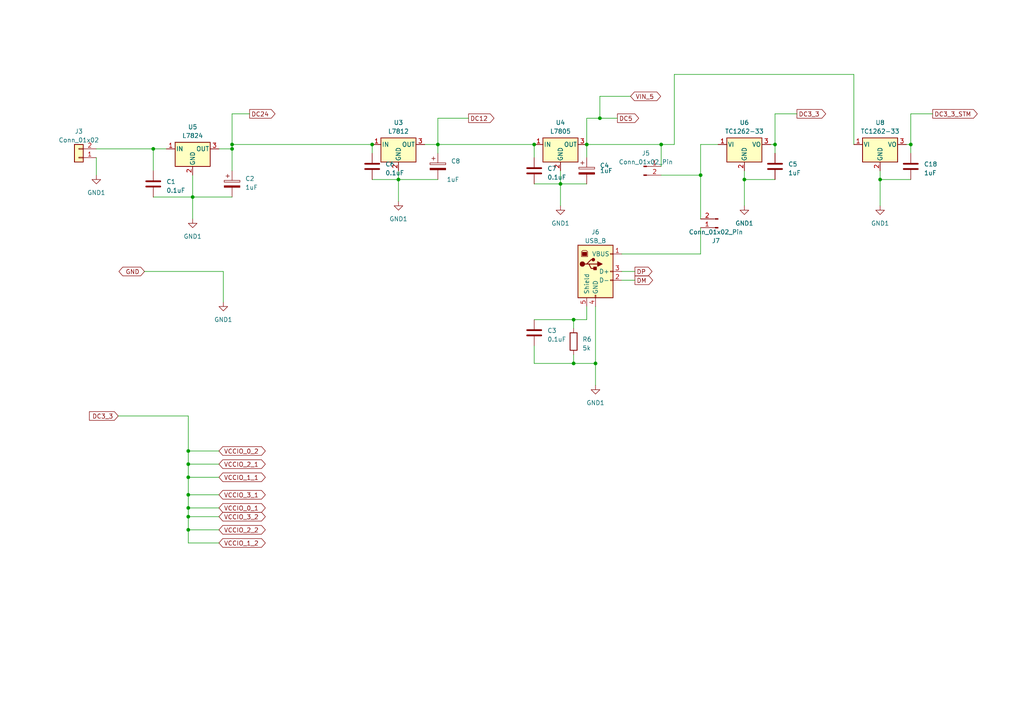
<source format=kicad_sch>
(kicad_sch (version 20230121) (generator eeschema)

  (uuid 557c9750-5c24-4e8b-8bef-cb507dc825c1)

  (paper "A4")

  (lib_symbols
    (symbol "Connector:Conn_01x02_Pin" (pin_names (offset 1.016) hide) (in_bom yes) (on_board yes)
      (property "Reference" "J" (at 0 2.54 0)
        (effects (font (size 1.27 1.27)))
      )
      (property "Value" "Conn_01x02_Pin" (at 0 -5.08 0)
        (effects (font (size 1.27 1.27)))
      )
      (property "Footprint" "" (at 0 0 0)
        (effects (font (size 1.27 1.27)) hide)
      )
      (property "Datasheet" "~" (at 0 0 0)
        (effects (font (size 1.27 1.27)) hide)
      )
      (property "ki_locked" "" (at 0 0 0)
        (effects (font (size 1.27 1.27)))
      )
      (property "ki_keywords" "connector" (at 0 0 0)
        (effects (font (size 1.27 1.27)) hide)
      )
      (property "ki_description" "Generic connector, single row, 01x02, script generated" (at 0 0 0)
        (effects (font (size 1.27 1.27)) hide)
      )
      (property "ki_fp_filters" "Connector*:*_1x??_*" (at 0 0 0)
        (effects (font (size 1.27 1.27)) hide)
      )
      (symbol "Conn_01x02_Pin_1_1"
        (polyline
          (pts
            (xy 1.27 -2.54)
            (xy 0.8636 -2.54)
          )
          (stroke (width 0.1524) (type default))
          (fill (type none))
        )
        (polyline
          (pts
            (xy 1.27 0)
            (xy 0.8636 0)
          )
          (stroke (width 0.1524) (type default))
          (fill (type none))
        )
        (rectangle (start 0.8636 -2.413) (end 0 -2.667)
          (stroke (width 0.1524) (type default))
          (fill (type outline))
        )
        (rectangle (start 0.8636 0.127) (end 0 -0.127)
          (stroke (width 0.1524) (type default))
          (fill (type outline))
        )
        (pin passive line (at 5.08 0 180) (length 3.81)
          (name "Pin_1" (effects (font (size 1.27 1.27))))
          (number "1" (effects (font (size 1.27 1.27))))
        )
        (pin passive line (at 5.08 -2.54 180) (length 3.81)
          (name "Pin_2" (effects (font (size 1.27 1.27))))
          (number "2" (effects (font (size 1.27 1.27))))
        )
      )
    )
    (symbol "Connector:USB_B" (pin_names (offset 1.016)) (in_bom yes) (on_board yes)
      (property "Reference" "J" (at -5.08 11.43 0)
        (effects (font (size 1.27 1.27)) (justify left))
      )
      (property "Value" "USB_B" (at -5.08 8.89 0)
        (effects (font (size 1.27 1.27)) (justify left))
      )
      (property "Footprint" "" (at 3.81 -1.27 0)
        (effects (font (size 1.27 1.27)) hide)
      )
      (property "Datasheet" " ~" (at 3.81 -1.27 0)
        (effects (font (size 1.27 1.27)) hide)
      )
      (property "ki_keywords" "connector USB" (at 0 0 0)
        (effects (font (size 1.27 1.27)) hide)
      )
      (property "ki_description" "USB Type B connector" (at 0 0 0)
        (effects (font (size 1.27 1.27)) hide)
      )
      (property "ki_fp_filters" "USB*" (at 0 0 0)
        (effects (font (size 1.27 1.27)) hide)
      )
      (symbol "USB_B_0_1"
        (rectangle (start -5.08 -7.62) (end 5.08 7.62)
          (stroke (width 0.254) (type default))
          (fill (type background))
        )
        (circle (center -3.81 2.159) (radius 0.635)
          (stroke (width 0.254) (type default))
          (fill (type outline))
        )
        (rectangle (start -3.81 5.588) (end -2.54 4.572)
          (stroke (width 0) (type default))
          (fill (type outline))
        )
        (circle (center -0.635 3.429) (radius 0.381)
          (stroke (width 0.254) (type default))
          (fill (type outline))
        )
        (rectangle (start -0.127 -7.62) (end 0.127 -6.858)
          (stroke (width 0) (type default))
          (fill (type none))
        )
        (polyline
          (pts
            (xy -1.905 2.159)
            (xy 0.635 2.159)
          )
          (stroke (width 0.254) (type default))
          (fill (type none))
        )
        (polyline
          (pts
            (xy -3.175 2.159)
            (xy -2.54 2.159)
            (xy -1.27 3.429)
            (xy -0.635 3.429)
          )
          (stroke (width 0.254) (type default))
          (fill (type none))
        )
        (polyline
          (pts
            (xy -2.54 2.159)
            (xy -1.905 2.159)
            (xy -1.27 0.889)
            (xy 0 0.889)
          )
          (stroke (width 0.254) (type default))
          (fill (type none))
        )
        (polyline
          (pts
            (xy 0.635 2.794)
            (xy 0.635 1.524)
            (xy 1.905 2.159)
            (xy 0.635 2.794)
          )
          (stroke (width 0.254) (type default))
          (fill (type outline))
        )
        (polyline
          (pts
            (xy -4.064 4.318)
            (xy -2.286 4.318)
            (xy -2.286 5.715)
            (xy -2.667 6.096)
            (xy -3.683 6.096)
            (xy -4.064 5.715)
            (xy -4.064 4.318)
          )
          (stroke (width 0) (type default))
          (fill (type none))
        )
        (rectangle (start 0.254 1.27) (end -0.508 0.508)
          (stroke (width 0.254) (type default))
          (fill (type outline))
        )
        (rectangle (start 5.08 -2.667) (end 4.318 -2.413)
          (stroke (width 0) (type default))
          (fill (type none))
        )
        (rectangle (start 5.08 -0.127) (end 4.318 0.127)
          (stroke (width 0) (type default))
          (fill (type none))
        )
        (rectangle (start 5.08 4.953) (end 4.318 5.207)
          (stroke (width 0) (type default))
          (fill (type none))
        )
      )
      (symbol "USB_B_1_1"
        (pin power_out line (at 7.62 5.08 180) (length 2.54)
          (name "VBUS" (effects (font (size 1.27 1.27))))
          (number "1" (effects (font (size 1.27 1.27))))
        )
        (pin bidirectional line (at 7.62 -2.54 180) (length 2.54)
          (name "D-" (effects (font (size 1.27 1.27))))
          (number "2" (effects (font (size 1.27 1.27))))
        )
        (pin bidirectional line (at 7.62 0 180) (length 2.54)
          (name "D+" (effects (font (size 1.27 1.27))))
          (number "3" (effects (font (size 1.27 1.27))))
        )
        (pin power_out line (at 0 -10.16 90) (length 2.54)
          (name "GND" (effects (font (size 1.27 1.27))))
          (number "4" (effects (font (size 1.27 1.27))))
        )
        (pin passive line (at -2.54 -10.16 90) (length 2.54)
          (name "Shield" (effects (font (size 1.27 1.27))))
          (number "5" (effects (font (size 1.27 1.27))))
        )
      )
    )
    (symbol "Connector_Generic:Conn_01x02" (pin_names (offset 1.016) hide) (in_bom yes) (on_board yes)
      (property "Reference" "J" (at 0 2.54 0)
        (effects (font (size 1.27 1.27)))
      )
      (property "Value" "Conn_01x02" (at 0 -5.08 0)
        (effects (font (size 1.27 1.27)))
      )
      (property "Footprint" "" (at 0 0 0)
        (effects (font (size 1.27 1.27)) hide)
      )
      (property "Datasheet" "~" (at 0 0 0)
        (effects (font (size 1.27 1.27)) hide)
      )
      (property "ki_keywords" "connector" (at 0 0 0)
        (effects (font (size 1.27 1.27)) hide)
      )
      (property "ki_description" "Generic connector, single row, 01x02, script generated (kicad-library-utils/schlib/autogen/connector/)" (at 0 0 0)
        (effects (font (size 1.27 1.27)) hide)
      )
      (property "ki_fp_filters" "Connector*:*_1x??_*" (at 0 0 0)
        (effects (font (size 1.27 1.27)) hide)
      )
      (symbol "Conn_01x02_1_1"
        (rectangle (start -1.27 -2.413) (end 0 -2.667)
          (stroke (width 0.1524) (type default))
          (fill (type none))
        )
        (rectangle (start -1.27 0.127) (end 0 -0.127)
          (stroke (width 0.1524) (type default))
          (fill (type none))
        )
        (rectangle (start -1.27 1.27) (end 1.27 -3.81)
          (stroke (width 0.254) (type default))
          (fill (type background))
        )
        (pin passive line (at -5.08 0 0) (length 3.81)
          (name "Pin_1" (effects (font (size 1.27 1.27))))
          (number "1" (effects (font (size 1.27 1.27))))
        )
        (pin passive line (at -5.08 -2.54 0) (length 3.81)
          (name "Pin_2" (effects (font (size 1.27 1.27))))
          (number "2" (effects (font (size 1.27 1.27))))
        )
      )
    )
    (symbol "Device:C" (pin_numbers hide) (pin_names (offset 0.254)) (in_bom yes) (on_board yes)
      (property "Reference" "C" (at 0.635 2.54 0)
        (effects (font (size 1.27 1.27)) (justify left))
      )
      (property "Value" "C" (at 0.635 -2.54 0)
        (effects (font (size 1.27 1.27)) (justify left))
      )
      (property "Footprint" "" (at 0.9652 -3.81 0)
        (effects (font (size 1.27 1.27)) hide)
      )
      (property "Datasheet" "~" (at 0 0 0)
        (effects (font (size 1.27 1.27)) hide)
      )
      (property "ki_keywords" "cap capacitor" (at 0 0 0)
        (effects (font (size 1.27 1.27)) hide)
      )
      (property "ki_description" "Unpolarized capacitor" (at 0 0 0)
        (effects (font (size 1.27 1.27)) hide)
      )
      (property "ki_fp_filters" "C_*" (at 0 0 0)
        (effects (font (size 1.27 1.27)) hide)
      )
      (symbol "C_0_1"
        (polyline
          (pts
            (xy -2.032 -0.762)
            (xy 2.032 -0.762)
          )
          (stroke (width 0.508) (type default))
          (fill (type none))
        )
        (polyline
          (pts
            (xy -2.032 0.762)
            (xy 2.032 0.762)
          )
          (stroke (width 0.508) (type default))
          (fill (type none))
        )
      )
      (symbol "C_1_1"
        (pin passive line (at 0 3.81 270) (length 2.794)
          (name "~" (effects (font (size 1.27 1.27))))
          (number "1" (effects (font (size 1.27 1.27))))
        )
        (pin passive line (at 0 -3.81 90) (length 2.794)
          (name "~" (effects (font (size 1.27 1.27))))
          (number "2" (effects (font (size 1.27 1.27))))
        )
      )
    )
    (symbol "Device:C_Polarized" (pin_numbers hide) (pin_names (offset 0.254)) (in_bom yes) (on_board yes)
      (property "Reference" "C" (at 0.635 2.54 0)
        (effects (font (size 1.27 1.27)) (justify left))
      )
      (property "Value" "C_Polarized" (at 0.635 -2.54 0)
        (effects (font (size 1.27 1.27)) (justify left))
      )
      (property "Footprint" "" (at 0.9652 -3.81 0)
        (effects (font (size 1.27 1.27)) hide)
      )
      (property "Datasheet" "~" (at 0 0 0)
        (effects (font (size 1.27 1.27)) hide)
      )
      (property "ki_keywords" "cap capacitor" (at 0 0 0)
        (effects (font (size 1.27 1.27)) hide)
      )
      (property "ki_description" "Polarized capacitor" (at 0 0 0)
        (effects (font (size 1.27 1.27)) hide)
      )
      (property "ki_fp_filters" "CP_*" (at 0 0 0)
        (effects (font (size 1.27 1.27)) hide)
      )
      (symbol "C_Polarized_0_1"
        (rectangle (start -2.286 0.508) (end 2.286 1.016)
          (stroke (width 0) (type default))
          (fill (type none))
        )
        (polyline
          (pts
            (xy -1.778 2.286)
            (xy -0.762 2.286)
          )
          (stroke (width 0) (type default))
          (fill (type none))
        )
        (polyline
          (pts
            (xy -1.27 2.794)
            (xy -1.27 1.778)
          )
          (stroke (width 0) (type default))
          (fill (type none))
        )
        (rectangle (start 2.286 -0.508) (end -2.286 -1.016)
          (stroke (width 0) (type default))
          (fill (type outline))
        )
      )
      (symbol "C_Polarized_1_1"
        (pin passive line (at 0 3.81 270) (length 2.794)
          (name "~" (effects (font (size 1.27 1.27))))
          (number "1" (effects (font (size 1.27 1.27))))
        )
        (pin passive line (at 0 -3.81 90) (length 2.794)
          (name "~" (effects (font (size 1.27 1.27))))
          (number "2" (effects (font (size 1.27 1.27))))
        )
      )
    )
    (symbol "Device:R" (pin_numbers hide) (pin_names (offset 0)) (in_bom yes) (on_board yes)
      (property "Reference" "R" (at 2.032 0 90)
        (effects (font (size 1.27 1.27)))
      )
      (property "Value" "R" (at 0 0 90)
        (effects (font (size 1.27 1.27)))
      )
      (property "Footprint" "" (at -1.778 0 90)
        (effects (font (size 1.27 1.27)) hide)
      )
      (property "Datasheet" "~" (at 0 0 0)
        (effects (font (size 1.27 1.27)) hide)
      )
      (property "ki_keywords" "R res resistor" (at 0 0 0)
        (effects (font (size 1.27 1.27)) hide)
      )
      (property "ki_description" "Resistor" (at 0 0 0)
        (effects (font (size 1.27 1.27)) hide)
      )
      (property "ki_fp_filters" "R_*" (at 0 0 0)
        (effects (font (size 1.27 1.27)) hide)
      )
      (symbol "R_0_1"
        (rectangle (start -1.016 -2.54) (end 1.016 2.54)
          (stroke (width 0.254) (type default))
          (fill (type none))
        )
      )
      (symbol "R_1_1"
        (pin passive line (at 0 3.81 270) (length 1.27)
          (name "~" (effects (font (size 1.27 1.27))))
          (number "1" (effects (font (size 1.27 1.27))))
        )
        (pin passive line (at 0 -3.81 90) (length 1.27)
          (name "~" (effects (font (size 1.27 1.27))))
          (number "2" (effects (font (size 1.27 1.27))))
        )
      )
    )
    (symbol "Regulator_Linear:L7805" (pin_names (offset 0.254)) (in_bom yes) (on_board yes)
      (property "Reference" "U" (at -3.81 3.175 0)
        (effects (font (size 1.27 1.27)))
      )
      (property "Value" "L7805" (at 0 3.175 0)
        (effects (font (size 1.27 1.27)) (justify left))
      )
      (property "Footprint" "" (at 0.635 -3.81 0)
        (effects (font (size 1.27 1.27) italic) (justify left) hide)
      )
      (property "Datasheet" "http://www.st.com/content/ccc/resource/technical/document/datasheet/41/4f/b3/b0/12/d4/47/88/CD00000444.pdf/files/CD00000444.pdf/jcr:content/translations/en.CD00000444.pdf" (at 0 -1.27 0)
        (effects (font (size 1.27 1.27)) hide)
      )
      (property "ki_keywords" "Voltage Regulator 1.5A Positive" (at 0 0 0)
        (effects (font (size 1.27 1.27)) hide)
      )
      (property "ki_description" "Positive 1.5A 35V Linear Regulator, Fixed Output 5V, TO-220/TO-263/TO-252" (at 0 0 0)
        (effects (font (size 1.27 1.27)) hide)
      )
      (property "ki_fp_filters" "TO?252* TO?263* TO?220*" (at 0 0 0)
        (effects (font (size 1.27 1.27)) hide)
      )
      (symbol "L7805_0_1"
        (rectangle (start -5.08 1.905) (end 5.08 -5.08)
          (stroke (width 0.254) (type default))
          (fill (type background))
        )
      )
      (symbol "L7805_1_1"
        (pin power_in line (at -7.62 0 0) (length 2.54)
          (name "IN" (effects (font (size 1.27 1.27))))
          (number "1" (effects (font (size 1.27 1.27))))
        )
        (pin power_in line (at 0 -7.62 90) (length 2.54)
          (name "GND" (effects (font (size 1.27 1.27))))
          (number "2" (effects (font (size 1.27 1.27))))
        )
        (pin power_out line (at 7.62 0 180) (length 2.54)
          (name "OUT" (effects (font (size 1.27 1.27))))
          (number "3" (effects (font (size 1.27 1.27))))
        )
      )
    )
    (symbol "Regulator_Linear:L7812" (pin_names (offset 0.254)) (in_bom yes) (on_board yes)
      (property "Reference" "U" (at -3.81 3.175 0)
        (effects (font (size 1.27 1.27)))
      )
      (property "Value" "L7812" (at 0 3.175 0)
        (effects (font (size 1.27 1.27)) (justify left))
      )
      (property "Footprint" "" (at 0.635 -3.81 0)
        (effects (font (size 1.27 1.27) italic) (justify left) hide)
      )
      (property "Datasheet" "http://www.st.com/content/ccc/resource/technical/document/datasheet/41/4f/b3/b0/12/d4/47/88/CD00000444.pdf/files/CD00000444.pdf/jcr:content/translations/en.CD00000444.pdf" (at 0 -1.27 0)
        (effects (font (size 1.27 1.27)) hide)
      )
      (property "ki_keywords" "Voltage Regulator 1.5A Positive" (at 0 0 0)
        (effects (font (size 1.27 1.27)) hide)
      )
      (property "ki_description" "Positive 1.5A 35V Linear Regulator, Fixed Output 12V, TO-220/TO-263/TO-252" (at 0 0 0)
        (effects (font (size 1.27 1.27)) hide)
      )
      (property "ki_fp_filters" "TO?252* TO?263* TO?220*" (at 0 0 0)
        (effects (font (size 1.27 1.27)) hide)
      )
      (symbol "L7812_0_1"
        (rectangle (start -5.08 1.905) (end 5.08 -5.08)
          (stroke (width 0.254) (type default))
          (fill (type background))
        )
      )
      (symbol "L7812_1_1"
        (pin power_in line (at -7.62 0 0) (length 2.54)
          (name "IN" (effects (font (size 1.27 1.27))))
          (number "1" (effects (font (size 1.27 1.27))))
        )
        (pin power_in line (at 0 -7.62 90) (length 2.54)
          (name "GND" (effects (font (size 1.27 1.27))))
          (number "2" (effects (font (size 1.27 1.27))))
        )
        (pin power_out line (at 7.62 0 180) (length 2.54)
          (name "OUT" (effects (font (size 1.27 1.27))))
          (number "3" (effects (font (size 1.27 1.27))))
        )
      )
    )
    (symbol "Regulator_Linear:L7824" (pin_names (offset 0.254)) (in_bom yes) (on_board yes)
      (property "Reference" "U" (at -3.81 3.175 0)
        (effects (font (size 1.27 1.27)))
      )
      (property "Value" "L7824" (at 0 3.175 0)
        (effects (font (size 1.27 1.27)) (justify left))
      )
      (property "Footprint" "" (at 0.635 -3.81 0)
        (effects (font (size 1.27 1.27) italic) (justify left) hide)
      )
      (property "Datasheet" "http://www.st.com/content/ccc/resource/technical/document/datasheet/41/4f/b3/b0/12/d4/47/88/CD00000444.pdf/files/CD00000444.pdf/jcr:content/translations/en.CD00000444.pdf" (at 0 -1.27 0)
        (effects (font (size 1.27 1.27)) hide)
      )
      (property "ki_keywords" "Voltage Regulator 1.5A Positive" (at 0 0 0)
        (effects (font (size 1.27 1.27)) hide)
      )
      (property "ki_description" "Positive 1.5A 40V Linear Regulator, Fixed Output 24V, TO-220/TO-263/TO-252" (at 0 0 0)
        (effects (font (size 1.27 1.27)) hide)
      )
      (property "ki_fp_filters" "TO?252* TO?263* TO?220*" (at 0 0 0)
        (effects (font (size 1.27 1.27)) hide)
      )
      (symbol "L7824_0_1"
        (rectangle (start -5.08 1.905) (end 5.08 -5.08)
          (stroke (width 0.254) (type default))
          (fill (type background))
        )
      )
      (symbol "L7824_1_1"
        (pin power_in line (at -7.62 0 0) (length 2.54)
          (name "IN" (effects (font (size 1.27 1.27))))
          (number "1" (effects (font (size 1.27 1.27))))
        )
        (pin power_in line (at 0 -7.62 90) (length 2.54)
          (name "GND" (effects (font (size 1.27 1.27))))
          (number "2" (effects (font (size 1.27 1.27))))
        )
        (pin power_out line (at 7.62 0 180) (length 2.54)
          (name "OUT" (effects (font (size 1.27 1.27))))
          (number "3" (effects (font (size 1.27 1.27))))
        )
      )
    )
    (symbol "Regulator_Linear:TC1262-33" (pin_names (offset 0.254)) (in_bom yes) (on_board yes)
      (property "Reference" "U" (at -3.81 3.175 0)
        (effects (font (size 1.27 1.27)))
      )
      (property "Value" "TC1262-33" (at 0 3.175 0)
        (effects (font (size 1.27 1.27)) (justify left))
      )
      (property "Footprint" "" (at 0 5.715 0)
        (effects (font (size 1.27 1.27) italic) hide)
      )
      (property "Datasheet" "http://ww1.microchip.com/downloads/en/DeviceDoc/21373C.pdf" (at 0 -7.62 0)
        (effects (font (size 1.27 1.27)) hide)
      )
      (property "ki_keywords" "Voltage Regulator 3.3V 500mA Positive CMOS LDO Microchip" (at 0 0 0)
        (effects (font (size 1.27 1.27)) hide)
      )
      (property "ki_description" "500mA Low Dropout CMOS Voltage Regulator, Fixed Output 3.3V, TO-220/SOT-223/TO-263" (at 0 0 0)
        (effects (font (size 1.27 1.27)) hide)
      )
      (property "ki_fp_filters" "SOT?223* TO?220* TO?263*" (at 0 0 0)
        (effects (font (size 1.27 1.27)) hide)
      )
      (symbol "TC1262-33_1_1"
        (rectangle (start -5.08 1.905) (end 5.08 -5.08)
          (stroke (width 0.254) (type default))
          (fill (type background))
        )
        (pin power_in line (at -7.62 0 0) (length 2.54)
          (name "VI" (effects (font (size 1.27 1.27))))
          (number "1" (effects (font (size 1.27 1.27))))
        )
        (pin power_in line (at 0 -7.62 90) (length 2.54)
          (name "GND" (effects (font (size 1.27 1.27))))
          (number "2" (effects (font (size 1.27 1.27))))
        )
        (pin power_out line (at 7.62 0 180) (length 2.54)
          (name "VO" (effects (font (size 1.27 1.27))))
          (number "3" (effects (font (size 1.27 1.27))))
        )
      )
    )
    (symbol "power:GND1" (power) (pin_names (offset 0)) (in_bom yes) (on_board yes)
      (property "Reference" "#PWR" (at 0 -6.35 0)
        (effects (font (size 1.27 1.27)) hide)
      )
      (property "Value" "GND1" (at 0 -3.81 0)
        (effects (font (size 1.27 1.27)))
      )
      (property "Footprint" "" (at 0 0 0)
        (effects (font (size 1.27 1.27)) hide)
      )
      (property "Datasheet" "" (at 0 0 0)
        (effects (font (size 1.27 1.27)) hide)
      )
      (property "ki_keywords" "global power" (at 0 0 0)
        (effects (font (size 1.27 1.27)) hide)
      )
      (property "ki_description" "Power symbol creates a global label with name \"GND1\" , ground" (at 0 0 0)
        (effects (font (size 1.27 1.27)) hide)
      )
      (symbol "GND1_0_1"
        (polyline
          (pts
            (xy 0 0)
            (xy 0 -1.27)
            (xy 1.27 -1.27)
            (xy 0 -2.54)
            (xy -1.27 -1.27)
            (xy 0 -1.27)
          )
          (stroke (width 0) (type default))
          (fill (type none))
        )
      )
      (symbol "GND1_1_1"
        (pin power_in line (at 0 0 270) (length 0) hide
          (name "GND1" (effects (font (size 1.27 1.27))))
          (number "1" (effects (font (size 1.27 1.27))))
        )
      )
    )
  )

  (junction (at 215.9 52.07) (diameter 0) (color 0 0 0 0)
    (uuid 030885c8-e40c-4384-b4f3-3bb62b828a9f)
  )
  (junction (at 54.61 153.67) (diameter 0) (color 0 0 0 0)
    (uuid 12b6d57f-7745-4f71-9972-67c5270ec121)
  )
  (junction (at 44.45 43.18) (diameter 0) (color 0 0 0 0)
    (uuid 1cfa167e-67f8-4211-937a-e31467efe8a5)
  )
  (junction (at 54.61 149.86) (diameter 0) (color 0 0 0 0)
    (uuid 20e7a415-4dfc-4cf6-9a7c-4158a8ab49d9)
  )
  (junction (at 172.72 105.41) (diameter 0) (color 0 0 0 0)
    (uuid 269b5059-763b-48b6-b9ec-5fbaa5e8c73b)
  )
  (junction (at 115.57 52.07) (diameter 0) (color 0 0 0 0)
    (uuid 2ff25dd2-ad86-4c5f-9af6-0bae4e903f82)
  )
  (junction (at 54.61 147.32) (diameter 0) (color 0 0 0 0)
    (uuid 340a2797-373b-47e4-8d9f-6b8f795cc768)
  )
  (junction (at 107.95 41.91) (diameter 0) (color 0 0 0 0)
    (uuid 45ba63a4-7c6a-4176-bee7-e214cd49e5a6)
  )
  (junction (at 54.61 143.51) (diameter 0) (color 0 0 0 0)
    (uuid 4ee75eae-79fa-4243-a38f-8796e7dce647)
  )
  (junction (at 54.61 134.62) (diameter 0) (color 0 0 0 0)
    (uuid 5c144a00-6b67-4120-8cfe-3b169d61ecad)
  )
  (junction (at 162.56 53.34) (diameter 0) (color 0 0 0 0)
    (uuid 5f2aae77-e99b-4e4c-99f1-f12297ef33c4)
  )
  (junction (at 127 41.91) (diameter 0) (color 0 0 0 0)
    (uuid 61d8e9fa-6080-475d-8339-927ba7e23504)
  )
  (junction (at 224.79 41.91) (diameter 0) (color 0 0 0 0)
    (uuid 68117ea4-6f97-4b87-a1d3-3bf534d028a3)
  )
  (junction (at 55.88 57.15) (diameter 0) (color 0 0 0 0)
    (uuid 8965057b-e0d3-491f-be60-dad2e6cb92e5)
  )
  (junction (at 54.61 130.81) (diameter 0) (color 0 0 0 0)
    (uuid 8b5799f9-7be2-4c18-a6a9-be627c6cc9fe)
  )
  (junction (at 67.31 43.18) (diameter 0) (color 0 0 0 0)
    (uuid 94977091-15bd-42e5-b815-ae904aaf5727)
  )
  (junction (at 203.2 50.8) (diameter 0) (color 0 0 0 0)
    (uuid ab36ce1d-e977-4271-b647-05aa727be666)
  )
  (junction (at 255.27 52.07) (diameter 0) (color 0 0 0 0)
    (uuid b2c5d9cb-947f-4454-8161-c81731342ebc)
  )
  (junction (at 173.99 34.29) (diameter 0) (color 0 0 0 0)
    (uuid d10ad032-c8f0-4fe4-81e3-0cc51fda10fe)
  )
  (junction (at 166.37 105.41) (diameter 0) (color 0 0 0 0)
    (uuid d7b9cd53-9cbc-4409-83a6-54e84694acd3)
  )
  (junction (at 191.77 41.91) (diameter 0) (color 0 0 0 0)
    (uuid dd53647c-e390-406c-99c1-3d99bed0d596)
  )
  (junction (at 154.94 41.91) (diameter 0) (color 0 0 0 0)
    (uuid e6676d31-29cd-4cc8-99c4-16d4ecce7ebb)
  )
  (junction (at 264.16 41.91) (diameter 0) (color 0 0 0 0)
    (uuid efaf7cfd-ffcb-41a8-bc3a-b21b036f81ee)
  )
  (junction (at 54.61 138.43) (diameter 0) (color 0 0 0 0)
    (uuid f3010362-31ea-4565-a0a3-851a161200a4)
  )
  (junction (at 170.18 41.91) (diameter 0) (color 0 0 0 0)
    (uuid f85b7c30-13b6-4f2f-897a-f27c13fb9acf)
  )
  (junction (at 166.37 92.71) (diameter 0) (color 0 0 0 0)
    (uuid fa4209d2-18c4-4779-a590-e43f8b8136f6)
  )
  (junction (at 67.31 41.91) (diameter 0) (color 0 0 0 0)
    (uuid fd2eb172-3481-4b43-895d-f80d6632a3e8)
  )

  (wire (pts (xy 154.94 100.33) (xy 154.94 105.41))
    (stroke (width 0) (type default))
    (uuid 06e36e2f-0e61-43ec-a490-bcb8eb9be1f4)
  )
  (wire (pts (xy 54.61 130.81) (xy 54.61 134.62))
    (stroke (width 0) (type default))
    (uuid 0d9b0c5d-b6b6-4d6a-b046-876eff2d674a)
  )
  (wire (pts (xy 54.61 153.67) (xy 54.61 157.48))
    (stroke (width 0) (type default))
    (uuid 1022bc70-5014-4983-9915-ad3b7c72d7bb)
  )
  (wire (pts (xy 67.31 33.02) (xy 72.39 33.02))
    (stroke (width 0) (type default))
    (uuid 1586727c-ccf0-47b6-833a-4fc95b8f3f6c)
  )
  (wire (pts (xy 55.88 57.15) (xy 67.31 57.15))
    (stroke (width 0) (type default))
    (uuid 1ac7b375-e212-49c1-8bfb-bc9b574b1fd8)
  )
  (wire (pts (xy 154.94 41.91) (xy 154.94 45.72))
    (stroke (width 0) (type default))
    (uuid 1c599642-54f8-4fda-a1c1-fa8aacfb42b8)
  )
  (wire (pts (xy 54.61 157.48) (xy 63.5 157.48))
    (stroke (width 0) (type default))
    (uuid 2355147f-dc47-4884-9dd0-c0da504acad3)
  )
  (wire (pts (xy 191.77 41.91) (xy 170.18 41.91))
    (stroke (width 0) (type default))
    (uuid 24a27b21-2748-4335-bf81-9afb0f84911a)
  )
  (wire (pts (xy 203.2 73.66) (xy 203.2 66.04))
    (stroke (width 0) (type default))
    (uuid 24daaa11-00a1-4d5a-8307-1cf69dd35cb1)
  )
  (wire (pts (xy 54.61 149.86) (xy 54.61 153.67))
    (stroke (width 0) (type default))
    (uuid 275e48d3-f8fb-4d81-b351-a12285246245)
  )
  (wire (pts (xy 247.65 21.59) (xy 195.58 21.59))
    (stroke (width 0) (type default))
    (uuid 2837a02b-f6e2-46ce-9236-7e8cad836c08)
  )
  (wire (pts (xy 41.91 78.74) (xy 64.77 78.74))
    (stroke (width 0) (type default))
    (uuid 2f14540d-1a56-45e6-bd7a-1e0f6859ab7c)
  )
  (wire (pts (xy 162.56 53.34) (xy 162.56 59.69))
    (stroke (width 0) (type default))
    (uuid 2f8d8188-b1eb-44b5-991a-20d2c77ae67b)
  )
  (wire (pts (xy 63.5 43.18) (xy 67.31 43.18))
    (stroke (width 0) (type default))
    (uuid 34f2ea41-2bd2-4dd2-9d8d-75dd52ce8b62)
  )
  (wire (pts (xy 54.61 147.32) (xy 54.61 149.86))
    (stroke (width 0) (type default))
    (uuid 36a71126-82a3-45a9-9899-a4c15bd9d52c)
  )
  (wire (pts (xy 264.16 33.02) (xy 264.16 41.91))
    (stroke (width 0) (type default))
    (uuid 37b5090e-bfc7-4a91-86a7-f0450ae2acd7)
  )
  (wire (pts (xy 54.61 130.81) (xy 63.5 130.81))
    (stroke (width 0) (type default))
    (uuid 3eac2219-f5dc-46c4-b408-d469a6375c58)
  )
  (wire (pts (xy 127 41.91) (xy 123.19 41.91))
    (stroke (width 0) (type default))
    (uuid 43ca5561-0afe-4c64-8f29-f875f73e41e3)
  )
  (wire (pts (xy 224.79 33.02) (xy 224.79 41.91))
    (stroke (width 0) (type default))
    (uuid 44a8d7b2-cbc8-4842-adca-4dce4aec2cb3)
  )
  (wire (pts (xy 223.52 41.91) (xy 224.79 41.91))
    (stroke (width 0) (type default))
    (uuid 46cba9aa-ae83-4199-a128-5baff4bdb7c8)
  )
  (wire (pts (xy 162.56 49.53) (xy 162.56 53.34))
    (stroke (width 0) (type default))
    (uuid 47d19f79-082e-49d8-b7b6-95ee556cabf0)
  )
  (wire (pts (xy 215.9 52.07) (xy 224.79 52.07))
    (stroke (width 0) (type default))
    (uuid 538e5b9a-acfd-47e9-a50b-96609093eb92)
  )
  (wire (pts (xy 195.58 41.91) (xy 191.77 41.91))
    (stroke (width 0) (type default))
    (uuid 543a5436-c6f4-465d-8466-478c4e7f9a4e)
  )
  (wire (pts (xy 107.95 41.91) (xy 67.31 41.91))
    (stroke (width 0) (type default))
    (uuid 56868d96-325e-45d1-bde5-122865111fbf)
  )
  (wire (pts (xy 154.94 105.41) (xy 166.37 105.41))
    (stroke (width 0) (type default))
    (uuid 58f7dd0a-9f67-4196-9c22-992625fa4f22)
  )
  (wire (pts (xy 191.77 48.26) (xy 191.77 41.91))
    (stroke (width 0) (type default))
    (uuid 5b35cec6-4dde-4af3-9716-3931aae5737e)
  )
  (wire (pts (xy 173.99 27.94) (xy 182.88 27.94))
    (stroke (width 0) (type default))
    (uuid 5cb784c3-cc35-43a6-939f-26aa8e1c9787)
  )
  (wire (pts (xy 170.18 92.71) (xy 170.18 88.9))
    (stroke (width 0) (type default))
    (uuid 5dbbe925-c727-42bb-96a5-92fef0cf92f3)
  )
  (wire (pts (xy 48.26 43.18) (xy 44.45 43.18))
    (stroke (width 0) (type default))
    (uuid 5e49036c-1cc5-4907-8fe3-d10585b65bee)
  )
  (wire (pts (xy 54.61 143.51) (xy 54.61 147.32))
    (stroke (width 0) (type default))
    (uuid 5ea683fb-219b-4891-9317-0e018ce3cbae)
  )
  (wire (pts (xy 179.07 34.29) (xy 173.99 34.29))
    (stroke (width 0) (type default))
    (uuid 6138a15e-d682-489c-b5f2-90c241c4e4dd)
  )
  (wire (pts (xy 231.14 33.02) (xy 224.79 33.02))
    (stroke (width 0) (type default))
    (uuid 61c40b68-11ac-409c-8f13-8d5fce7a0ff1)
  )
  (wire (pts (xy 173.99 34.29) (xy 170.18 34.29))
    (stroke (width 0) (type default))
    (uuid 63193506-f48d-4c31-b578-95a03f4fd8a9)
  )
  (wire (pts (xy 54.61 138.43) (xy 54.61 143.51))
    (stroke (width 0) (type default))
    (uuid 6415ab5f-28ff-4f35-8305-09773d3807a3)
  )
  (wire (pts (xy 115.57 52.07) (xy 127 52.07))
    (stroke (width 0) (type default))
    (uuid 6598153b-f602-425c-9c52-56e49ba3c199)
  )
  (wire (pts (xy 203.2 50.8) (xy 203.2 63.5))
    (stroke (width 0) (type default))
    (uuid 6ccbf848-6e08-4b89-b514-30aa0ac66d23)
  )
  (wire (pts (xy 172.72 105.41) (xy 172.72 111.76))
    (stroke (width 0) (type default))
    (uuid 6e91dcc3-f298-45a4-a7dd-1b1acba49eb9)
  )
  (wire (pts (xy 166.37 105.41) (xy 172.72 105.41))
    (stroke (width 0) (type default))
    (uuid 711d19bc-233e-4877-ad73-8683557ee946)
  )
  (wire (pts (xy 55.88 57.15) (xy 55.88 63.5))
    (stroke (width 0) (type default))
    (uuid 714f7cfb-a80e-4774-85d1-60871bc5b4a4)
  )
  (wire (pts (xy 162.56 53.34) (xy 170.18 53.34))
    (stroke (width 0) (type default))
    (uuid 734b7d9e-8641-4a94-972e-3f33c8ab178f)
  )
  (wire (pts (xy 27.94 43.18) (xy 44.45 43.18))
    (stroke (width 0) (type default))
    (uuid 74702a38-887f-4355-b2ca-e348d32b3648)
  )
  (wire (pts (xy 170.18 34.29) (xy 170.18 41.91))
    (stroke (width 0) (type default))
    (uuid 841a01be-24db-48c6-a03e-7af700dbb3d0)
  )
  (wire (pts (xy 270.51 33.02) (xy 264.16 33.02))
    (stroke (width 0) (type default))
    (uuid 85768d40-0ea0-47b3-b331-df727c3434fb)
  )
  (wire (pts (xy 55.88 50.8) (xy 55.88 57.15))
    (stroke (width 0) (type default))
    (uuid 8df48df3-3e61-40d9-9f7a-8537cd7e5457)
  )
  (wire (pts (xy 54.61 138.43) (xy 63.5 138.43))
    (stroke (width 0) (type default))
    (uuid 8e0f4129-bd54-4ad5-be32-b7b7ebe70023)
  )
  (wire (pts (xy 154.94 53.34) (xy 162.56 53.34))
    (stroke (width 0) (type default))
    (uuid 8e1b14c5-8b43-49a4-a449-f2c8c17b27df)
  )
  (wire (pts (xy 215.9 49.53) (xy 215.9 52.07))
    (stroke (width 0) (type default))
    (uuid 903f8b4c-dfe8-4a58-a3b2-831492ad3464)
  )
  (wire (pts (xy 203.2 41.91) (xy 208.28 41.91))
    (stroke (width 0) (type default))
    (uuid 93d4d7e5-c381-4a9b-ab67-75359630b6ed)
  )
  (wire (pts (xy 173.99 27.94) (xy 173.99 34.29))
    (stroke (width 0) (type default))
    (uuid 95ef745b-15f9-48d7-b30d-a3009ab87eb1)
  )
  (wire (pts (xy 54.61 147.32) (xy 63.5 147.32))
    (stroke (width 0) (type default))
    (uuid 9b5f2b9c-564c-4118-b29c-9335ea52a770)
  )
  (wire (pts (xy 224.79 41.91) (xy 224.79 44.45))
    (stroke (width 0) (type default))
    (uuid 9b6b6fea-ea29-4a44-81be-4d8028f8160c)
  )
  (wire (pts (xy 54.61 134.62) (xy 63.5 134.62))
    (stroke (width 0) (type default))
    (uuid 9f23edfc-b6ee-4438-917c-948c91971dee)
  )
  (wire (pts (xy 255.27 52.07) (xy 264.16 52.07))
    (stroke (width 0) (type default))
    (uuid a3a9b12d-2f5b-43f2-b710-d6ba1cf9aad0)
  )
  (wire (pts (xy 191.77 50.8) (xy 203.2 50.8))
    (stroke (width 0) (type default))
    (uuid a4e93777-5dd5-4c9d-adda-3884f70687d1)
  )
  (wire (pts (xy 54.61 120.65) (xy 54.61 130.81))
    (stroke (width 0) (type default))
    (uuid a8d518d4-cb5b-4b88-8ff6-23e0abab0d2c)
  )
  (wire (pts (xy 170.18 41.91) (xy 170.18 45.72))
    (stroke (width 0) (type default))
    (uuid aa1dae0b-e365-4ade-b1cf-1883953b8624)
  )
  (wire (pts (xy 127 34.29) (xy 127 41.91))
    (stroke (width 0) (type default))
    (uuid ac40245c-e120-453f-b203-67c50f736eea)
  )
  (wire (pts (xy 255.27 49.53) (xy 255.27 52.07))
    (stroke (width 0) (type default))
    (uuid adea164a-8552-4b61-a78f-d26a7e08c739)
  )
  (wire (pts (xy 180.34 73.66) (xy 203.2 73.66))
    (stroke (width 0) (type default))
    (uuid b1ad7592-757d-4f5b-86af-786d67abf335)
  )
  (wire (pts (xy 107.95 41.91) (xy 107.95 44.45))
    (stroke (width 0) (type default))
    (uuid b1fbe4fe-4e40-494d-8500-d045d29e0ba0)
  )
  (wire (pts (xy 135.89 34.29) (xy 127 34.29))
    (stroke (width 0) (type default))
    (uuid b7004fe6-2d00-48c8-9bf7-3b4c9cd35c2b)
  )
  (wire (pts (xy 203.2 50.8) (xy 203.2 41.91))
    (stroke (width 0) (type default))
    (uuid b8684162-ebd8-41ba-bb0c-52b9c1637da6)
  )
  (wire (pts (xy 195.58 21.59) (xy 195.58 41.91))
    (stroke (width 0) (type default))
    (uuid ba8cf70a-557f-4319-be9a-5eb9ce73fc0a)
  )
  (wire (pts (xy 34.29 120.65) (xy 54.61 120.65))
    (stroke (width 0) (type default))
    (uuid be522e16-6cb1-48c2-bf1d-bda1740eb46f)
  )
  (wire (pts (xy 54.61 134.62) (xy 54.61 138.43))
    (stroke (width 0) (type default))
    (uuid be8ce958-1bd3-4653-b5d7-8152acca8cf7)
  )
  (wire (pts (xy 166.37 102.87) (xy 166.37 105.41))
    (stroke (width 0) (type default))
    (uuid c37ebdc6-2834-4d48-9b83-3f39d0eac525)
  )
  (wire (pts (xy 264.16 41.91) (xy 264.16 44.45))
    (stroke (width 0) (type default))
    (uuid c79e1e7e-84a5-4688-9032-5b21ccaeedfe)
  )
  (wire (pts (xy 166.37 92.71) (xy 170.18 92.71))
    (stroke (width 0) (type default))
    (uuid cb3044cb-7a88-4e29-95e8-99d04d5f2883)
  )
  (wire (pts (xy 115.57 49.53) (xy 115.57 52.07))
    (stroke (width 0) (type default))
    (uuid cd68690c-3787-49f2-9b8e-250707a6f7a6)
  )
  (wire (pts (xy 172.72 88.9) (xy 172.72 105.41))
    (stroke (width 0) (type default))
    (uuid cec7092e-8bfc-4a1f-9bf5-1cc1ed09ec9c)
  )
  (wire (pts (xy 127 41.91) (xy 127 44.45))
    (stroke (width 0) (type default))
    (uuid ceea77da-efb3-459f-a436-adbab85beafe)
  )
  (wire (pts (xy 180.34 78.74) (xy 184.15 78.74))
    (stroke (width 0) (type default))
    (uuid d0f35296-0279-4efd-b153-0b1b8d4e2b62)
  )
  (wire (pts (xy 67.31 43.18) (xy 67.31 49.53))
    (stroke (width 0) (type default))
    (uuid d5d40ff5-8ee6-4b75-8a37-4baf4b8b8b25)
  )
  (wire (pts (xy 67.31 41.91) (xy 67.31 43.18))
    (stroke (width 0) (type default))
    (uuid d706887c-f307-40a6-a096-53d00f37a400)
  )
  (wire (pts (xy 44.45 57.15) (xy 55.88 57.15))
    (stroke (width 0) (type default))
    (uuid d80c9c5d-6761-446c-9d30-d44428c486e7)
  )
  (wire (pts (xy 67.31 33.02) (xy 67.31 41.91))
    (stroke (width 0) (type default))
    (uuid d9da5ad9-d999-499a-9c9c-ac060c42bd13)
  )
  (wire (pts (xy 44.45 43.18) (xy 44.45 49.53))
    (stroke (width 0) (type default))
    (uuid da0d8c87-00b2-4667-bf17-6ace455b83d3)
  )
  (wire (pts (xy 115.57 52.07) (xy 115.57 58.42))
    (stroke (width 0) (type default))
    (uuid dae71a1e-f280-44c2-b32c-0b818a2b7c95)
  )
  (wire (pts (xy 54.61 153.67) (xy 63.5 153.67))
    (stroke (width 0) (type default))
    (uuid ded6688c-9619-4ae4-9fe8-de9b8ccf6550)
  )
  (wire (pts (xy 154.94 92.71) (xy 166.37 92.71))
    (stroke (width 0) (type default))
    (uuid e206b487-562c-4d6d-b45c-f1a45809b6e2)
  )
  (wire (pts (xy 107.95 52.07) (xy 115.57 52.07))
    (stroke (width 0) (type default))
    (uuid e94dfe22-4f9b-472f-a8e6-cacf8e06c7e5)
  )
  (wire (pts (xy 54.61 143.51) (xy 63.5 143.51))
    (stroke (width 0) (type default))
    (uuid ebe27895-0d4d-4b1f-922c-38a60bc843d3)
  )
  (wire (pts (xy 127 41.91) (xy 154.94 41.91))
    (stroke (width 0) (type default))
    (uuid f0b79704-e574-4acc-97a6-453821c65bc0)
  )
  (wire (pts (xy 255.27 52.07) (xy 255.27 59.69))
    (stroke (width 0) (type default))
    (uuid f63f1af6-2a75-4ad8-a3ab-24fc22fa89a5)
  )
  (wire (pts (xy 27.94 45.72) (xy 27.94 50.8))
    (stroke (width 0) (type default))
    (uuid f662d8dc-ef08-43bd-9c86-65bbee5a6da7)
  )
  (wire (pts (xy 166.37 92.71) (xy 166.37 95.25))
    (stroke (width 0) (type default))
    (uuid f674be3a-d0dc-4f85-9668-17e8ae8fe1bc)
  )
  (wire (pts (xy 64.77 87.63) (xy 64.77 78.74))
    (stroke (width 0) (type default))
    (uuid f7ab5a83-c018-4e37-a4cc-4a65d1e5cf39)
  )
  (wire (pts (xy 215.9 52.07) (xy 215.9 59.69))
    (stroke (width 0) (type default))
    (uuid fa272e2e-11d6-4f9f-97a3-017432cfe9d4)
  )
  (wire (pts (xy 54.61 149.86) (xy 63.5 149.86))
    (stroke (width 0) (type default))
    (uuid fbaa9814-8edd-4a69-9b5b-f33321a45e44)
  )
  (wire (pts (xy 180.34 81.28) (xy 184.15 81.28))
    (stroke (width 0) (type default))
    (uuid fd9b0ff6-119e-4d5f-8fb3-b9f957ff389b)
  )
  (wire (pts (xy 247.65 41.91) (xy 247.65 21.59))
    (stroke (width 0) (type default))
    (uuid fe72125a-3332-4388-942d-8bd20444bb2f)
  )
  (wire (pts (xy 262.89 41.91) (xy 264.16 41.91))
    (stroke (width 0) (type default))
    (uuid ff662d34-1b2f-47e5-8f53-917e91e29de8)
  )

  (global_label "DC3_3" (shape output) (at 231.14 33.02 0) (fields_autoplaced)
    (effects (font (size 1.27 1.27)) (justify left))
    (uuid 01a4f712-fe99-4011-b82f-45615f9e323e)
    (property "Intersheetrefs" "${INTERSHEET_REFS}" (at 239.9724 33.02 0)
      (effects (font (size 1.27 1.27)) (justify left) hide)
    )
  )
  (global_label "DC5" (shape output) (at 179.07 34.29 0) (fields_autoplaced)
    (effects (font (size 1.27 1.27)) (justify left))
    (uuid 22a9c436-8d57-4f45-82f0-ffad27eb2efd)
    (property "Intersheetrefs" "${INTERSHEET_REFS}" (at 185.7253 34.29 0)
      (effects (font (size 1.27 1.27)) (justify left) hide)
    )
  )
  (global_label "VCCIO_1_2" (shape bidirectional) (at 63.5 157.48 0) (fields_autoplaced)
    (effects (font (size 1.27 1.27)) (justify left))
    (uuid 2ba1bc99-1721-448e-bb04-1ebdf31fc8b7)
    (property "Intersheetrefs" "${INTERSHEET_REFS}" (at 77.4352 157.48 0)
      (effects (font (size 1.27 1.27)) (justify left) hide)
    )
  )
  (global_label "DP" (shape output) (at 184.15 78.74 0) (fields_autoplaced)
    (effects (font (size 1.27 1.27)) (justify left))
    (uuid 2d9e5e83-af7a-4264-b4f6-a4b1fecc9f35)
    (property "Intersheetrefs" "${INTERSHEET_REFS}" (at 189.5958 78.74 0)
      (effects (font (size 1.27 1.27)) (justify left) hide)
    )
  )
  (global_label "VCCIO_3_1" (shape bidirectional) (at 63.5 143.51 0) (fields_autoplaced)
    (effects (font (size 1.27 1.27)) (justify left))
    (uuid 3a528dd9-c7d1-47e1-a460-bdb785532aca)
    (property "Intersheetrefs" "${INTERSHEET_REFS}" (at 77.4352 143.51 0)
      (effects (font (size 1.27 1.27)) (justify left) hide)
    )
  )
  (global_label "DC3_3" (shape input) (at 34.29 120.65 180) (fields_autoplaced)
    (effects (font (size 1.27 1.27)) (justify right))
    (uuid 4560fe99-daf6-4ddf-9c99-283234204c4e)
    (property "Intersheetrefs" "${INTERSHEET_REFS}" (at 25.4576 120.65 0)
      (effects (font (size 1.27 1.27)) (justify right) hide)
    )
  )
  (global_label "VCCIO_1_1" (shape bidirectional) (at 63.5 138.43 0) (fields_autoplaced)
    (effects (font (size 1.27 1.27)) (justify left))
    (uuid 4941ad64-3a9a-4a36-a15d-d60986e2d7b2)
    (property "Intersheetrefs" "${INTERSHEET_REFS}" (at 77.4352 138.43 0)
      (effects (font (size 1.27 1.27)) (justify left) hide)
    )
  )
  (global_label "VCCIO_0_1" (shape bidirectional) (at 63.5 147.32 0) (fields_autoplaced)
    (effects (font (size 1.27 1.27)) (justify left))
    (uuid 5ee37f76-02ca-454f-848d-011b306b1703)
    (property "Intersheetrefs" "${INTERSHEET_REFS}" (at 77.4352 147.32 0)
      (effects (font (size 1.27 1.27)) (justify left) hide)
    )
  )
  (global_label "DC24" (shape output) (at 72.39 33.02 0) (fields_autoplaced)
    (effects (font (size 1.27 1.27)) (justify left))
    (uuid aa6cae64-4a2f-4899-a9be-f5f63c00b2f8)
    (property "Intersheetrefs" "${INTERSHEET_REFS}" (at 80.2548 33.02 0)
      (effects (font (size 1.27 1.27)) (justify left) hide)
    )
  )
  (global_label "DC3_3_STM" (shape output) (at 270.51 33.02 0) (fields_autoplaced)
    (effects (font (size 1.27 1.27)) (justify left))
    (uuid b6439747-8c3a-47a3-a4d7-f7796a30d413)
    (property "Intersheetrefs" "${INTERSHEET_REFS}" (at 283.9385 33.02 0)
      (effects (font (size 1.27 1.27)) (justify left) hide)
    )
  )
  (global_label "GND" (shape bidirectional) (at 41.91 78.74 180) (fields_autoplaced)
    (effects (font (size 1.27 1.27)) (justify right))
    (uuid c3112870-cc62-4261-bb47-0c050eba4c5e)
    (property "Intersheetrefs" "${INTERSHEET_REFS}" (at 34.0224 78.74 0)
      (effects (font (size 1.27 1.27)) (justify right) hide)
    )
  )
  (global_label "VCCIO_0_2" (shape bidirectional) (at 63.5 130.81 0) (fields_autoplaced)
    (effects (font (size 1.27 1.27)) (justify left))
    (uuid ce2dfc73-8b41-4517-afdb-ef5d1eecff9e)
    (property "Intersheetrefs" "${INTERSHEET_REFS}" (at 77.4352 130.81 0)
      (effects (font (size 1.27 1.27)) (justify left) hide)
    )
  )
  (global_label "VCCIO_3_2" (shape bidirectional) (at 63.5 149.86 0) (fields_autoplaced)
    (effects (font (size 1.27 1.27)) (justify left))
    (uuid d6916982-431f-4e2c-a7f4-5db2506955c2)
    (property "Intersheetrefs" "${INTERSHEET_REFS}" (at 77.4352 149.86 0)
      (effects (font (size 1.27 1.27)) (justify left) hide)
    )
  )
  (global_label "DM" (shape output) (at 184.15 81.28 0) (fields_autoplaced)
    (effects (font (size 1.27 1.27)) (justify left))
    (uuid eb1a9588-b2b6-4122-96a0-3533cf9ba5f2)
    (property "Intersheetrefs" "${INTERSHEET_REFS}" (at 189.7772 81.28 0)
      (effects (font (size 1.27 1.27)) (justify left) hide)
    )
  )
  (global_label "DC12" (shape output) (at 135.89 34.29 0) (fields_autoplaced)
    (effects (font (size 1.27 1.27)) (justify left))
    (uuid ed32c789-9508-4b57-8c72-57d3e05c5854)
    (property "Intersheetrefs" "${INTERSHEET_REFS}" (at 143.7548 34.29 0)
      (effects (font (size 1.27 1.27)) (justify left) hide)
    )
  )
  (global_label "VCCIO_2_1" (shape bidirectional) (at 63.5 134.62 0) (fields_autoplaced)
    (effects (font (size 1.27 1.27)) (justify left))
    (uuid ed59a856-3542-4890-906b-1b97419c8c39)
    (property "Intersheetrefs" "${INTERSHEET_REFS}" (at 77.4352 134.62 0)
      (effects (font (size 1.27 1.27)) (justify left) hide)
    )
  )
  (global_label "VCCIO_2_2" (shape bidirectional) (at 63.5 153.67 0) (fields_autoplaced)
    (effects (font (size 1.27 1.27)) (justify left))
    (uuid f0c07523-60b9-4adf-93eb-ed97bcf0a5af)
    (property "Intersheetrefs" "${INTERSHEET_REFS}" (at 77.4352 153.67 0)
      (effects (font (size 1.27 1.27)) (justify left) hide)
    )
  )
  (global_label "VIN_5" (shape bidirectional) (at 182.88 27.94 0) (fields_autoplaced)
    (effects (font (size 1.27 1.27)) (justify left))
    (uuid f8aafa59-6699-4309-889f-da0197ef0707)
    (property "Intersheetrefs" "${INTERSHEET_REFS}" (at 192.0981 27.94 0)
      (effects (font (size 1.27 1.27)) (justify left) hide)
    )
  )

  (symbol (lib_id "Device:C") (at 224.79 48.26 0) (unit 1)
    (in_bom yes) (on_board yes) (dnp no) (fields_autoplaced)
    (uuid 113e7ba7-700b-46fa-a251-c8f9f1647fb4)
    (property "Reference" "C5" (at 228.6 47.625 0)
      (effects (font (size 1.27 1.27)) (justify left))
    )
    (property "Value" "1uF" (at 228.6 50.165 0)
      (effects (font (size 1.27 1.27)) (justify left))
    )
    (property "Footprint" "Capacitor_THT:C_Disc_D3.0mm_W1.6mm_P2.50mm" (at 225.7552 52.07 0)
      (effects (font (size 1.27 1.27)) hide)
    )
    (property "Datasheet" "~" (at 224.79 48.26 0)
      (effects (font (size 1.27 1.27)) hide)
    )
    (pin "1" (uuid 42acd02a-00e9-4beb-a70d-dd469c2e98fb))
    (pin "2" (uuid 2e7ea2d8-f4d0-4f96-a390-68a822e49e56))
    (instances
      (project "MRBx60"
        (path "/fd34cfbe-85d5-407d-b5ab-43ea09af45be/e31d4a40-8d1f-4f7f-ae70-b8eeda209d57"
          (reference "C5") (unit 1)
        )
      )
    )
  )

  (symbol (lib_id "Regulator_Linear:L7805") (at 162.56 41.91 0) (unit 1)
    (in_bom yes) (on_board yes) (dnp no) (fields_autoplaced)
    (uuid 11434ee7-f74c-4026-8d9d-dbad3745b298)
    (property "Reference" "U4" (at 162.56 35.56 0)
      (effects (font (size 1.27 1.27)))
    )
    (property "Value" "L7805" (at 162.56 38.1 0)
      (effects (font (size 1.27 1.27)))
    )
    (property "Footprint" "Package_TO_SOT_THT:TO-220-3_Vertical" (at 163.195 45.72 0)
      (effects (font (size 1.27 1.27) italic) (justify left) hide)
    )
    (property "Datasheet" "http://www.st.com/content/ccc/resource/technical/document/datasheet/41/4f/b3/b0/12/d4/47/88/CD00000444.pdf/files/CD00000444.pdf/jcr:content/translations/en.CD00000444.pdf" (at 162.56 43.18 0)
      (effects (font (size 1.27 1.27)) hide)
    )
    (pin "1" (uuid 4cbe8f00-01e7-4702-a8ba-d0d258a74c2c))
    (pin "2" (uuid 1dfcd0f9-2afc-428e-a2ba-fad3254b211e))
    (pin "3" (uuid 4e98ddf5-9104-46fb-b98a-1b88475a8a10))
    (instances
      (project "MRBx60"
        (path "/fd34cfbe-85d5-407d-b5ab-43ea09af45be/e31d4a40-8d1f-4f7f-ae70-b8eeda209d57"
          (reference "U4") (unit 1)
        )
      )
    )
  )

  (symbol (lib_id "Regulator_Linear:L7824") (at 55.88 43.18 0) (unit 1)
    (in_bom yes) (on_board yes) (dnp no) (fields_autoplaced)
    (uuid 222cb955-bad0-406c-b24f-027eb3ffb6ba)
    (property "Reference" "U5" (at 55.88 36.83 0)
      (effects (font (size 1.27 1.27)))
    )
    (property "Value" "L7824" (at 55.88 39.37 0)
      (effects (font (size 1.27 1.27)))
    )
    (property "Footprint" "Package_TO_SOT_THT:TO-220-3_Vertical" (at 56.515 46.99 0)
      (effects (font (size 1.27 1.27) italic) (justify left) hide)
    )
    (property "Datasheet" "http://www.st.com/content/ccc/resource/technical/document/datasheet/41/4f/b3/b0/12/d4/47/88/CD00000444.pdf/files/CD00000444.pdf/jcr:content/translations/en.CD00000444.pdf" (at 55.88 44.45 0)
      (effects (font (size 1.27 1.27)) hide)
    )
    (pin "1" (uuid 9a0a1d40-b37b-4c82-8116-5a6505bd43c2))
    (pin "2" (uuid df208da5-3f80-4e1a-9556-3e629293179b))
    (pin "3" (uuid 91e5692f-e84d-4578-b95f-0f9256f88a8d))
    (instances
      (project "MRBx60"
        (path "/fd34cfbe-85d5-407d-b5ab-43ea09af45be/e31d4a40-8d1f-4f7f-ae70-b8eeda209d57"
          (reference "U5") (unit 1)
        )
      )
    )
  )

  (symbol (lib_id "Device:C") (at 154.94 49.53 0) (unit 1)
    (in_bom yes) (on_board yes) (dnp no) (fields_autoplaced)
    (uuid 278f217b-757e-452c-9977-07fe0b7d6b06)
    (property "Reference" "C7" (at 158.75 48.895 0)
      (effects (font (size 1.27 1.27)) (justify left))
    )
    (property "Value" "0.1uF" (at 158.75 51.435 0)
      (effects (font (size 1.27 1.27)) (justify left))
    )
    (property "Footprint" "Capacitor_THT:C_Disc_D3.0mm_W1.6mm_P2.50mm" (at 155.9052 53.34 0)
      (effects (font (size 1.27 1.27)) hide)
    )
    (property "Datasheet" "~" (at 154.94 49.53 0)
      (effects (font (size 1.27 1.27)) hide)
    )
    (pin "1" (uuid 380cbabf-a2db-4204-979d-a013d529e341))
    (pin "2" (uuid addd9421-ad58-41fd-8dc2-b021bc3bbb52))
    (instances
      (project "MRBx60"
        (path "/fd34cfbe-85d5-407d-b5ab-43ea09af45be/e31d4a40-8d1f-4f7f-ae70-b8eeda209d57"
          (reference "C7") (unit 1)
        )
      )
    )
  )

  (symbol (lib_id "Regulator_Linear:TC1262-33") (at 255.27 41.91 0) (unit 1)
    (in_bom yes) (on_board yes) (dnp no) (fields_autoplaced)
    (uuid 287c0271-9d30-48d7-b6d4-ec9ea779fdc7)
    (property "Reference" "U8" (at 255.27 35.56 0)
      (effects (font (size 1.27 1.27)))
    )
    (property "Value" "TC1262-33" (at 255.27 38.1 0)
      (effects (font (size 1.27 1.27)))
    )
    (property "Footprint" "Package_TO_SOT_SMD:SOT-223" (at 255.27 36.195 0)
      (effects (font (size 1.27 1.27) italic) hide)
    )
    (property "Datasheet" "http://ww1.microchip.com/downloads/en/DeviceDoc/21373C.pdf" (at 255.27 49.53 0)
      (effects (font (size 1.27 1.27)) hide)
    )
    (pin "1" (uuid 105dfd7a-d105-44aa-8de3-6c4cc8860193))
    (pin "2" (uuid 7a99b739-17f9-44aa-a57a-12597c5cd73b))
    (pin "3" (uuid 9686e0e4-fca4-4658-a34a-d782bd914980))
    (instances
      (project "MRBx60"
        (path "/fd34cfbe-85d5-407d-b5ab-43ea09af45be/e31d4a40-8d1f-4f7f-ae70-b8eeda209d57"
          (reference "U8") (unit 1)
        )
      )
    )
  )

  (symbol (lib_id "Regulator_Linear:TC1262-33") (at 215.9 41.91 0) (unit 1)
    (in_bom yes) (on_board yes) (dnp no) (fields_autoplaced)
    (uuid 28bd349e-af76-407e-ac51-eaa0fe1e7d23)
    (property "Reference" "U6" (at 215.9 35.56 0)
      (effects (font (size 1.27 1.27)))
    )
    (property "Value" "TC1262-33" (at 215.9 38.1 0)
      (effects (font (size 1.27 1.27)))
    )
    (property "Footprint" "Package_TO_SOT_SMD:SOT-223" (at 215.9 36.195 0)
      (effects (font (size 1.27 1.27) italic) hide)
    )
    (property "Datasheet" "http://ww1.microchip.com/downloads/en/DeviceDoc/21373C.pdf" (at 215.9 49.53 0)
      (effects (font (size 1.27 1.27)) hide)
    )
    (pin "1" (uuid 4ff70775-e7bb-4f2d-b8fd-3f7c4ab12a6c))
    (pin "2" (uuid 49173265-3fd2-4bf3-bc02-9265a7503219))
    (pin "3" (uuid 7e3cd377-29ec-4e6f-b18a-5b8e61557905))
    (instances
      (project "MRBx60"
        (path "/fd34cfbe-85d5-407d-b5ab-43ea09af45be/e31d4a40-8d1f-4f7f-ae70-b8eeda209d57"
          (reference "U6") (unit 1)
        )
      )
    )
  )

  (symbol (lib_id "Device:R") (at 166.37 99.06 180) (unit 1)
    (in_bom yes) (on_board yes) (dnp no) (fields_autoplaced)
    (uuid 2aa984cd-3ba5-4c5d-9386-6852af74a513)
    (property "Reference" "R6" (at 168.91 98.425 0)
      (effects (font (size 1.27 1.27)) (justify right))
    )
    (property "Value" "5k" (at 168.91 100.965 0)
      (effects (font (size 1.27 1.27)) (justify right))
    )
    (property "Footprint" "Resistor_SMD:R_0402_1005Metric" (at 168.148 99.06 90)
      (effects (font (size 1.27 1.27)) hide)
    )
    (property "Datasheet" "~" (at 166.37 99.06 0)
      (effects (font (size 1.27 1.27)) hide)
    )
    (pin "1" (uuid abf8fcf0-e86b-413f-954c-d2796d68a0a7))
    (pin "2" (uuid fcdbb89d-af38-42e5-85de-d6531e60b5be))
    (instances
      (project "MRBx60"
        (path "/fd34cfbe-85d5-407d-b5ab-43ea09af45be/07e96fba-ee87-410a-ba3b-0609bbcf0293"
          (reference "R6") (unit 1)
        )
        (path "/fd34cfbe-85d5-407d-b5ab-43ea09af45be/e31d4a40-8d1f-4f7f-ae70-b8eeda209d57"
          (reference "R10") (unit 1)
        )
      )
    )
  )

  (symbol (lib_id "Connector_Generic:Conn_01x02") (at 22.86 45.72 180) (unit 1)
    (in_bom yes) (on_board yes) (dnp no) (fields_autoplaced)
    (uuid 4d00d6b4-b040-4ed3-b7f3-718b02ecfa3b)
    (property "Reference" "J3" (at 22.86 38.1 0)
      (effects (font (size 1.27 1.27)))
    )
    (property "Value" "Conn_01x02" (at 22.86 40.64 0)
      (effects (font (size 1.27 1.27)))
    )
    (property "Footprint" "Connector_Wago:Wago_734-132_1x02_P3.50mm_Vertical" (at 22.86 45.72 0)
      (effects (font (size 1.27 1.27)) hide)
    )
    (property "Datasheet" "~" (at 22.86 45.72 0)
      (effects (font (size 1.27 1.27)) hide)
    )
    (pin "1" (uuid 351f71ac-a435-419f-89d3-f6196df1dcaa))
    (pin "2" (uuid 32c2dfd7-09ca-493f-ad4f-52650b4aff35))
    (instances
      (project "MRBx60"
        (path "/fd34cfbe-85d5-407d-b5ab-43ea09af45be/e31d4a40-8d1f-4f7f-ae70-b8eeda209d57"
          (reference "J3") (unit 1)
        )
      )
    )
  )

  (symbol (lib_id "Device:C_Polarized") (at 67.31 53.34 0) (unit 1)
    (in_bom yes) (on_board yes) (dnp no) (fields_autoplaced)
    (uuid 60180ae5-6246-45cd-907d-4a48a430406c)
    (property "Reference" "C2" (at 71.12 51.816 0)
      (effects (font (size 1.27 1.27)) (justify left))
    )
    (property "Value" "1uF" (at 71.12 54.356 0)
      (effects (font (size 1.27 1.27)) (justify left))
    )
    (property "Footprint" "Capacitor_THT:CP_Radial_D4.0mm_P1.50mm" (at 68.2752 57.15 0)
      (effects (font (size 1.27 1.27)) hide)
    )
    (property "Datasheet" "~" (at 67.31 53.34 0)
      (effects (font (size 1.27 1.27)) hide)
    )
    (pin "1" (uuid 1894c96a-61c2-4572-8697-1b8a5bd93867))
    (pin "2" (uuid 56526334-dd40-4398-b043-50cbbb9ab8eb))
    (instances
      (project "MRBx60"
        (path "/fd34cfbe-85d5-407d-b5ab-43ea09af45be/e31d4a40-8d1f-4f7f-ae70-b8eeda209d57"
          (reference "C2") (unit 1)
        )
      )
    )
  )

  (symbol (lib_id "Connector:Conn_01x02_Pin") (at 208.28 66.04 180) (unit 1)
    (in_bom yes) (on_board yes) (dnp no)
    (uuid 69ae3a5d-01b0-4c70-affd-b432659a9a5a)
    (property "Reference" "J7" (at 207.645 69.85 0)
      (effects (font (size 1.27 1.27)))
    )
    (property "Value" "Conn_01x02_Pin" (at 207.645 67.31 0)
      (effects (font (size 1.27 1.27)))
    )
    (property "Footprint" "Connector_PinHeader_1.27mm:PinHeader_1x02_P1.27mm_Vertical" (at 208.28 66.04 0)
      (effects (font (size 1.27 1.27)) hide)
    )
    (property "Datasheet" "~" (at 208.28 66.04 0)
      (effects (font (size 1.27 1.27)) hide)
    )
    (pin "1" (uuid 18dac9fb-493e-4563-ac10-a856420a9ff6))
    (pin "2" (uuid aff42946-e045-4d52-a22d-f529c907d6a1))
    (instances
      (project "MRBx60"
        (path "/fd34cfbe-85d5-407d-b5ab-43ea09af45be/e31d4a40-8d1f-4f7f-ae70-b8eeda209d57"
          (reference "J7") (unit 1)
        )
      )
    )
  )

  (symbol (lib_id "power:GND1") (at 64.77 87.63 0) (unit 1)
    (in_bom yes) (on_board yes) (dnp no) (fields_autoplaced)
    (uuid 6aca2275-5c93-4ea4-9ab6-09c40e92bc14)
    (property "Reference" "#PWR01" (at 64.77 93.98 0)
      (effects (font (size 1.27 1.27)) hide)
    )
    (property "Value" "GND1" (at 64.77 92.71 0)
      (effects (font (size 1.27 1.27)))
    )
    (property "Footprint" "" (at 64.77 87.63 0)
      (effects (font (size 1.27 1.27)) hide)
    )
    (property "Datasheet" "" (at 64.77 87.63 0)
      (effects (font (size 1.27 1.27)) hide)
    )
    (pin "1" (uuid 7c92f65d-1909-4980-b6f0-71bbf09b8db0))
    (instances
      (project "MRBx60"
        (path "/fd34cfbe-85d5-407d-b5ab-43ea09af45be/e31d4a40-8d1f-4f7f-ae70-b8eeda209d57"
          (reference "#PWR01") (unit 1)
        )
      )
    )
  )

  (symbol (lib_id "power:GND1") (at 27.94 50.8 0) (unit 1)
    (in_bom yes) (on_board yes) (dnp no) (fields_autoplaced)
    (uuid 7eb594e6-8343-45d8-b0c4-ed1bacc458d9)
    (property "Reference" "#PWR06" (at 27.94 57.15 0)
      (effects (font (size 1.27 1.27)) hide)
    )
    (property "Value" "GND1" (at 27.94 55.88 0)
      (effects (font (size 1.27 1.27)))
    )
    (property "Footprint" "" (at 27.94 50.8 0)
      (effects (font (size 1.27 1.27)) hide)
    )
    (property "Datasheet" "" (at 27.94 50.8 0)
      (effects (font (size 1.27 1.27)) hide)
    )
    (pin "1" (uuid 96e0bf81-79cb-4451-b0e0-3b78f2f26318))
    (instances
      (project "MRBx60"
        (path "/fd34cfbe-85d5-407d-b5ab-43ea09af45be/e31d4a40-8d1f-4f7f-ae70-b8eeda209d57"
          (reference "#PWR06") (unit 1)
        )
      )
    )
  )

  (symbol (lib_id "Device:C") (at 154.94 96.52 0) (unit 1)
    (in_bom yes) (on_board yes) (dnp no) (fields_autoplaced)
    (uuid 80f3790a-0678-46ed-a588-c6570e617330)
    (property "Reference" "C3" (at 158.75 95.885 0)
      (effects (font (size 1.27 1.27)) (justify left))
    )
    (property "Value" "0.1uF" (at 158.75 98.425 0)
      (effects (font (size 1.27 1.27)) (justify left))
    )
    (property "Footprint" "Capacitor_THT:C_Disc_D3.0mm_W1.6mm_P2.50mm" (at 155.9052 100.33 0)
      (effects (font (size 1.27 1.27)) hide)
    )
    (property "Datasheet" "~" (at 154.94 96.52 0)
      (effects (font (size 1.27 1.27)) hide)
    )
    (pin "1" (uuid 61643ade-3b0b-4fa0-9156-4a8fb2282108))
    (pin "2" (uuid 32072bf8-36a0-4148-a099-ee372df83db6))
    (instances
      (project "MRBx60"
        (path "/fd34cfbe-85d5-407d-b5ab-43ea09af45be/e31d4a40-8d1f-4f7f-ae70-b8eeda209d57"
          (reference "C3") (unit 1)
        )
      )
    )
  )

  (symbol (lib_id "Device:C") (at 264.16 48.26 0) (unit 1)
    (in_bom yes) (on_board yes) (dnp no) (fields_autoplaced)
    (uuid 8d28733c-a108-4720-a006-1890dd62229f)
    (property "Reference" "C18" (at 267.97 47.625 0)
      (effects (font (size 1.27 1.27)) (justify left))
    )
    (property "Value" "1uF" (at 267.97 50.165 0)
      (effects (font (size 1.27 1.27)) (justify left))
    )
    (property "Footprint" "Capacitor_THT:C_Disc_D3.0mm_W1.6mm_P2.50mm" (at 265.1252 52.07 0)
      (effects (font (size 1.27 1.27)) hide)
    )
    (property "Datasheet" "~" (at 264.16 48.26 0)
      (effects (font (size 1.27 1.27)) hide)
    )
    (pin "1" (uuid d976ce57-bc93-440b-a4ca-d20703d10977))
    (pin "2" (uuid 53e42b4e-a0fc-4f79-99f1-8aaefc1882fb))
    (instances
      (project "MRBx60"
        (path "/fd34cfbe-85d5-407d-b5ab-43ea09af45be/e31d4a40-8d1f-4f7f-ae70-b8eeda209d57"
          (reference "C18") (unit 1)
        )
      )
    )
  )

  (symbol (lib_id "Device:C") (at 44.45 53.34 0) (unit 1)
    (in_bom yes) (on_board yes) (dnp no) (fields_autoplaced)
    (uuid 91f2c865-5025-4d2a-80df-10f4ac94457e)
    (property "Reference" "C1" (at 48.26 52.705 0)
      (effects (font (size 1.27 1.27)) (justify left))
    )
    (property "Value" "0.1uF" (at 48.26 55.245 0)
      (effects (font (size 1.27 1.27)) (justify left))
    )
    (property "Footprint" "Crystal:Resonator-2Pin_W6.0mm_H3.0mm" (at 45.4152 57.15 0)
      (effects (font (size 1.27 1.27)) hide)
    )
    (property "Datasheet" "~" (at 44.45 53.34 0)
      (effects (font (size 1.27 1.27)) hide)
    )
    (pin "1" (uuid f4c5dc2b-331e-42c3-a7d3-28ce45004a0d))
    (pin "2" (uuid 6e7cbbbf-e6f1-4541-9546-6d667c7248d7))
    (instances
      (project "MRBx60"
        (path "/fd34cfbe-85d5-407d-b5ab-43ea09af45be/e31d4a40-8d1f-4f7f-ae70-b8eeda209d57"
          (reference "C1") (unit 1)
        )
      )
    )
  )

  (symbol (lib_id "power:GND1") (at 255.27 59.69 0) (unit 1)
    (in_bom yes) (on_board yes) (dnp no) (fields_autoplaced)
    (uuid 93a61978-c971-4621-876a-c4c9ed9dbffa)
    (property "Reference" "#PWR015" (at 255.27 66.04 0)
      (effects (font (size 1.27 1.27)) hide)
    )
    (property "Value" "GND1" (at 255.27 64.77 0)
      (effects (font (size 1.27 1.27)))
    )
    (property "Footprint" "" (at 255.27 59.69 0)
      (effects (font (size 1.27 1.27)) hide)
    )
    (property "Datasheet" "" (at 255.27 59.69 0)
      (effects (font (size 1.27 1.27)) hide)
    )
    (pin "1" (uuid ef8aba0a-852a-4f57-b4ce-136ac2bfd19e))
    (instances
      (project "MRBx60"
        (path "/fd34cfbe-85d5-407d-b5ab-43ea09af45be/e31d4a40-8d1f-4f7f-ae70-b8eeda209d57"
          (reference "#PWR015") (unit 1)
        )
      )
    )
  )

  (symbol (lib_id "power:GND1") (at 115.57 58.42 0) (unit 1)
    (in_bom yes) (on_board yes) (dnp no) (fields_autoplaced)
    (uuid 94d573a8-0c49-4d2b-aab4-9725b332aa6f)
    (property "Reference" "#PWR03" (at 115.57 64.77 0)
      (effects (font (size 1.27 1.27)) hide)
    )
    (property "Value" "GND1" (at 115.57 63.5 0)
      (effects (font (size 1.27 1.27)))
    )
    (property "Footprint" "" (at 115.57 58.42 0)
      (effects (font (size 1.27 1.27)) hide)
    )
    (property "Datasheet" "" (at 115.57 58.42 0)
      (effects (font (size 1.27 1.27)) hide)
    )
    (pin "1" (uuid d8402bde-fc25-439a-a3ca-970712c9b55e))
    (instances
      (project "MRBx60"
        (path "/fd34cfbe-85d5-407d-b5ab-43ea09af45be/e31d4a40-8d1f-4f7f-ae70-b8eeda209d57"
          (reference "#PWR03") (unit 1)
        )
      )
    )
  )

  (symbol (lib_id "Device:C") (at 107.95 48.26 0) (unit 1)
    (in_bom yes) (on_board yes) (dnp no) (fields_autoplaced)
    (uuid a043d6e3-f37d-4f76-986b-2d87c0e50b38)
    (property "Reference" "C6" (at 111.76 47.625 0)
      (effects (font (size 1.27 1.27)) (justify left))
    )
    (property "Value" "0.1uF" (at 111.76 50.165 0)
      (effects (font (size 1.27 1.27)) (justify left))
    )
    (property "Footprint" "Capacitor_THT:C_Disc_D3.0mm_W1.6mm_P2.50mm" (at 108.9152 52.07 0)
      (effects (font (size 1.27 1.27)) hide)
    )
    (property "Datasheet" "~" (at 107.95 48.26 0)
      (effects (font (size 1.27 1.27)) hide)
    )
    (pin "1" (uuid 887ed567-f245-41ac-8954-c0a0d5d87193))
    (pin "2" (uuid a16960e6-c852-4b0b-bdfe-fb20f674dd5c))
    (instances
      (project "MRBx60"
        (path "/fd34cfbe-85d5-407d-b5ab-43ea09af45be/e31d4a40-8d1f-4f7f-ae70-b8eeda209d57"
          (reference "C6") (unit 1)
        )
      )
    )
  )

  (symbol (lib_id "power:GND1") (at 162.56 59.69 0) (unit 1)
    (in_bom yes) (on_board yes) (dnp no) (fields_autoplaced)
    (uuid a121d518-3563-4c41-a5ac-74f05f6130f6)
    (property "Reference" "#PWR04" (at 162.56 66.04 0)
      (effects (font (size 1.27 1.27)) hide)
    )
    (property "Value" "GND1" (at 162.56 64.77 0)
      (effects (font (size 1.27 1.27)))
    )
    (property "Footprint" "" (at 162.56 59.69 0)
      (effects (font (size 1.27 1.27)) hide)
    )
    (property "Datasheet" "" (at 162.56 59.69 0)
      (effects (font (size 1.27 1.27)) hide)
    )
    (pin "1" (uuid 142fdbe2-a5c5-4f69-b29f-e86ca43e5b2f))
    (instances
      (project "MRBx60"
        (path "/fd34cfbe-85d5-407d-b5ab-43ea09af45be/e31d4a40-8d1f-4f7f-ae70-b8eeda209d57"
          (reference "#PWR04") (unit 1)
        )
      )
    )
  )

  (symbol (lib_id "power:GND1") (at 215.9 59.69 0) (unit 1)
    (in_bom yes) (on_board yes) (dnp no) (fields_autoplaced)
    (uuid a22121d8-c846-4828-bf3f-8b52843d7ea2)
    (property "Reference" "#PWR05" (at 215.9 66.04 0)
      (effects (font (size 1.27 1.27)) hide)
    )
    (property "Value" "GND1" (at 215.9 64.77 0)
      (effects (font (size 1.27 1.27)))
    )
    (property "Footprint" "" (at 215.9 59.69 0)
      (effects (font (size 1.27 1.27)) hide)
    )
    (property "Datasheet" "" (at 215.9 59.69 0)
      (effects (font (size 1.27 1.27)) hide)
    )
    (pin "1" (uuid 67b1cc36-3611-4eeb-817f-d2faf1d721ff))
    (instances
      (project "MRBx60"
        (path "/fd34cfbe-85d5-407d-b5ab-43ea09af45be/e31d4a40-8d1f-4f7f-ae70-b8eeda209d57"
          (reference "#PWR05") (unit 1)
        )
      )
    )
  )

  (symbol (lib_id "Device:C_Polarized") (at 127 48.26 0) (unit 1)
    (in_bom yes) (on_board yes) (dnp no)
    (uuid afd997ff-0ae1-4d20-8f1e-29a1ce0e39b2)
    (property "Reference" "C8" (at 130.81 46.736 0)
      (effects (font (size 1.27 1.27)) (justify left))
    )
    (property "Value" "1uF" (at 129.54 52.07 0)
      (effects (font (size 1.27 1.27)) (justify left))
    )
    (property "Footprint" "Capacitor_THT:CP_Radial_D4.0mm_P1.50mm" (at 127.9652 52.07 0)
      (effects (font (size 1.27 1.27)) hide)
    )
    (property "Datasheet" "~" (at 127 48.26 0)
      (effects (font (size 1.27 1.27)) hide)
    )
    (pin "1" (uuid ba54d49b-030c-4562-b05a-4594f9d19a4a))
    (pin "2" (uuid ec60b7dc-6bbf-4b11-b619-bf2361a88a35))
    (instances
      (project "MRBx60"
        (path "/fd34cfbe-85d5-407d-b5ab-43ea09af45be/e31d4a40-8d1f-4f7f-ae70-b8eeda209d57"
          (reference "C8") (unit 1)
        )
      )
    )
  )

  (symbol (lib_id "Connector:USB_B") (at 172.72 78.74 0) (unit 1)
    (in_bom yes) (on_board yes) (dnp no) (fields_autoplaced)
    (uuid c80226b5-31fc-4b81-9ba8-d25ec926fe78)
    (property "Reference" "J6" (at 172.72 67.31 0)
      (effects (font (size 1.27 1.27)))
    )
    (property "Value" "USB_B" (at 172.72 69.85 0)
      (effects (font (size 1.27 1.27)))
    )
    (property "Footprint" "Connector_USB:USB_B_Lumberg_2411_02_Horizontal" (at 176.53 80.01 0)
      (effects (font (size 1.27 1.27)) hide)
    )
    (property "Datasheet" " ~" (at 176.53 80.01 0)
      (effects (font (size 1.27 1.27)) hide)
    )
    (pin "1" (uuid 009cd3d9-ff3a-4ef4-aeb9-f266ced6221b))
    (pin "2" (uuid 3819b1c4-8229-4f6b-9d4c-3ca72bdd669f))
    (pin "3" (uuid a5d60807-3113-49a3-be0d-144e020cb41b))
    (pin "4" (uuid 6d27202f-cf76-4e6e-80e9-fcdb16c90ad3))
    (pin "5" (uuid a68f1fc7-f28d-441b-89d4-c94df28550e2))
    (instances
      (project "MRBx60"
        (path "/fd34cfbe-85d5-407d-b5ab-43ea09af45be/e31d4a40-8d1f-4f7f-ae70-b8eeda209d57"
          (reference "J6") (unit 1)
        )
      )
    )
  )

  (symbol (lib_id "Device:C_Polarized") (at 170.18 49.53 0) (unit 1)
    (in_bom yes) (on_board yes) (dnp no)
    (uuid c90910d3-51ff-46d1-bacd-aeec87a6c5cc)
    (property "Reference" "C4" (at 173.99 48.006 0)
      (effects (font (size 1.27 1.27)) (justify left))
    )
    (property "Value" "1uF" (at 173.99 49.53 0)
      (effects (font (size 1.27 1.27)) (justify left))
    )
    (property "Footprint" "Capacitor_THT:CP_Radial_D4.0mm_P1.50mm" (at 171.1452 53.34 0)
      (effects (font (size 1.27 1.27)) hide)
    )
    (property "Datasheet" "~" (at 170.18 49.53 0)
      (effects (font (size 1.27 1.27)) hide)
    )
    (pin "1" (uuid 373dbd70-f1fd-484a-b37d-c6ab8459e159))
    (pin "2" (uuid 4cd8d94e-3d96-4d22-a64d-3d9a509b214c))
    (instances
      (project "MRBx60"
        (path "/fd34cfbe-85d5-407d-b5ab-43ea09af45be/e31d4a40-8d1f-4f7f-ae70-b8eeda209d57"
          (reference "C4") (unit 1)
        )
      )
    )
  )

  (symbol (lib_id "Connector:Conn_01x02_Pin") (at 186.69 48.26 0) (unit 1)
    (in_bom yes) (on_board yes) (dnp no) (fields_autoplaced)
    (uuid cd93fa16-f3f6-447b-ad35-e6a6418478c7)
    (property "Reference" "J5" (at 187.325 44.45 0)
      (effects (font (size 1.27 1.27)))
    )
    (property "Value" "Conn_01x02_Pin" (at 187.325 46.99 0)
      (effects (font (size 1.27 1.27)))
    )
    (property "Footprint" "Connector_PinHeader_1.27mm:PinHeader_1x02_P1.27mm_Vertical" (at 186.69 48.26 0)
      (effects (font (size 1.27 1.27)) hide)
    )
    (property "Datasheet" "~" (at 186.69 48.26 0)
      (effects (font (size 1.27 1.27)) hide)
    )
    (pin "1" (uuid 975728c5-c21c-44f2-a250-3cc9830f08bc))
    (pin "2" (uuid f44eeee9-4b05-45a4-937d-a77907f5b454))
    (instances
      (project "MRBx60"
        (path "/fd34cfbe-85d5-407d-b5ab-43ea09af45be/e31d4a40-8d1f-4f7f-ae70-b8eeda209d57"
          (reference "J5") (unit 1)
        )
      )
    )
  )

  (symbol (lib_id "Regulator_Linear:L7812") (at 115.57 41.91 0) (unit 1)
    (in_bom yes) (on_board yes) (dnp no) (fields_autoplaced)
    (uuid ede189d9-9505-471e-893e-9c687be8d66a)
    (property "Reference" "U3" (at 115.57 35.56 0)
      (effects (font (size 1.27 1.27)))
    )
    (property "Value" "L7812" (at 115.57 38.1 0)
      (effects (font (size 1.27 1.27)))
    )
    (property "Footprint" "Package_TO_SOT_THT:TO-220-3_Vertical" (at 116.205 45.72 0)
      (effects (font (size 1.27 1.27) italic) (justify left) hide)
    )
    (property "Datasheet" "http://www.st.com/content/ccc/resource/technical/document/datasheet/41/4f/b3/b0/12/d4/47/88/CD00000444.pdf/files/CD00000444.pdf/jcr:content/translations/en.CD00000444.pdf" (at 115.57 43.18 0)
      (effects (font (size 1.27 1.27)) hide)
    )
    (pin "1" (uuid f3934771-10e5-4a2a-b12d-09700a71f820))
    (pin "2" (uuid c8f4f244-9b1d-40e4-add0-d26332eda8a4))
    (pin "3" (uuid 78de6d87-62b9-4a27-a4d4-b0c2dbb40a76))
    (instances
      (project "MRBx60"
        (path "/fd34cfbe-85d5-407d-b5ab-43ea09af45be/e31d4a40-8d1f-4f7f-ae70-b8eeda209d57"
          (reference "U3") (unit 1)
        )
      )
    )
  )

  (symbol (lib_id "power:GND1") (at 172.72 111.76 0) (unit 1)
    (in_bom yes) (on_board yes) (dnp no) (fields_autoplaced)
    (uuid f61177d2-cabe-4062-8f5a-35cfa8902152)
    (property "Reference" "#PWR014" (at 172.72 118.11 0)
      (effects (font (size 1.27 1.27)) hide)
    )
    (property "Value" "GND1" (at 172.72 116.84 0)
      (effects (font (size 1.27 1.27)))
    )
    (property "Footprint" "" (at 172.72 111.76 0)
      (effects (font (size 1.27 1.27)) hide)
    )
    (property "Datasheet" "" (at 172.72 111.76 0)
      (effects (font (size 1.27 1.27)) hide)
    )
    (pin "1" (uuid 9d19566d-c0e6-44a7-8234-97e37048c5e5))
    (instances
      (project "MRBx60"
        (path "/fd34cfbe-85d5-407d-b5ab-43ea09af45be/e31d4a40-8d1f-4f7f-ae70-b8eeda209d57"
          (reference "#PWR014") (unit 1)
        )
      )
    )
  )

  (symbol (lib_id "power:GND1") (at 55.88 63.5 0) (unit 1)
    (in_bom yes) (on_board yes) (dnp no) (fields_autoplaced)
    (uuid fda962dc-a312-4571-9b2b-db3e1eee82cc)
    (property "Reference" "#PWR02" (at 55.88 69.85 0)
      (effects (font (size 1.27 1.27)) hide)
    )
    (property "Value" "GND1" (at 55.88 68.58 0)
      (effects (font (size 1.27 1.27)))
    )
    (property "Footprint" "" (at 55.88 63.5 0)
      (effects (font (size 1.27 1.27)) hide)
    )
    (property "Datasheet" "" (at 55.88 63.5 0)
      (effects (font (size 1.27 1.27)) hide)
    )
    (pin "1" (uuid adc4f024-db03-4b24-8ff3-a66e14a31d1a))
    (instances
      (project "MRBx60"
        (path "/fd34cfbe-85d5-407d-b5ab-43ea09af45be/e31d4a40-8d1f-4f7f-ae70-b8eeda209d57"
          (reference "#PWR02") (unit 1)
        )
      )
    )
  )
)

</source>
